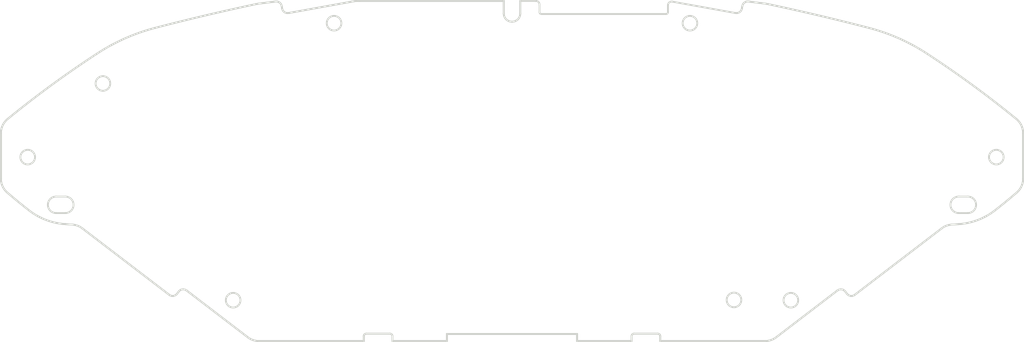
<source format=kicad_pcb>
(kicad_pcb (version 20211014) (generator pcbnew)

  (general
    (thickness 1.6)
  )

  (paper "A4")
  (layers
    (0 "F.Cu" signal)
    (31 "B.Cu" signal)
    (32 "B.Adhes" user "B.Adhesive")
    (33 "F.Adhes" user "F.Adhesive")
    (34 "B.Paste" user)
    (35 "F.Paste" user)
    (36 "B.SilkS" user "B.Silkscreen")
    (37 "F.SilkS" user "F.Silkscreen")
    (38 "B.Mask" user)
    (39 "F.Mask" user)
    (40 "Dwgs.User" user "User.Drawings")
    (41 "Cmts.User" user "User.Comments")
    (42 "Eco1.User" user "User.Eco1")
    (43 "Eco2.User" user "User.Eco2")
    (44 "Edge.Cuts" user)
    (45 "Margin" user)
    (46 "B.CrtYd" user "B.Courtyard")
    (47 "F.CrtYd" user "F.Courtyard")
    (48 "B.Fab" user)
    (49 "F.Fab" user)
    (50 "User.1" user)
    (51 "User.2" user)
    (52 "User.3" user)
    (53 "User.4" user)
    (54 "User.5" user)
    (55 "User.6" user)
    (56 "User.7" user)
    (57 "User.8" user)
    (58 "User.9" user)
  )

  (setup
    (pad_to_mask_clearance 0)
    (pcbplotparams
      (layerselection 0x00010fc_ffffffff)
      (disableapertmacros false)
      (usegerberextensions false)
      (usegerberattributes true)
      (usegerberadvancedattributes true)
      (creategerberjobfile true)
      (svguseinch false)
      (svgprecision 6)
      (excludeedgelayer true)
      (plotframeref false)
      (viasonmask false)
      (mode 1)
      (useauxorigin false)
      (hpglpennumber 1)
      (hpglpenspeed 20)
      (hpglpendiameter 15.000000)
      (dxfpolygonmode true)
      (dxfimperialunits true)
      (dxfusepcbnewfont true)
      (psnegative false)
      (psa4output false)
      (plotreference true)
      (plotvalue true)
      (plotinvisibletext false)
      (sketchpadsonfab false)
      (subtractmaskfromsilk false)
      (outputformat 1)
      (mirror false)
      (drillshape 1)
      (scaleselection 1)
      (outputdirectory "")
    )
  )

  (net 0 "")

  (gr_line (start 127.350005 -21.173559) (end 162.850005 -21.173558) (layer "Edge.Cuts") (width 0.5) (tstamp 0066df63-9515-4592-b010-a838025a3504))
  (gr_line (start 73.083408 -20.276449) (end 56.386454 -33.04191) (layer "Edge.Cuts") (width 0.5) (tstamp 009ed86e-0575-45a6-a9d2-ebb1de0a7ed2))
  (gr_arc (start 276.764246 -54.882757) (mid 272.098311 -52.252422) (end 266.865341 -51.109779) (layer "Edge.Cuts") (width 0.5) (tstamp 032a3b14-ea69-40ff-a170-78fd7832066b))
  (gr_arc (start 80.669309 -111.775736) (mid 81.741981 -111.494226) (end 82.328336 -110.552937) (layer "Edge.Cuts") (width 0.5) (tstamp 0671c27e-9b26-4cb2-8a89-2175e7e31ac7))
  (gr_arc (start 217.116601 -20.276446) (mid 215.682795 -19.512477) (end 214.079743 -19.248557) (layer "Edge.Cuts") (width 0.5) (tstamp 0851eac7-96d4-4acf-a690-41dceec008b7))
  (gr_line (start 233.813556 -33.041906) (end 217.116602 -20.276446) (layer "Edge.Cuts") (width 0.5) (tstamp 08863602-ac54-4835-8e14-1f7b4a878612))
  (gr_line (start 184.849735 -21.248557) (end 178.350005 -21.248557) (layer "Edge.Cuts") (width 0.5) (tstamp 089728cc-09cb-4494-a8ce-20024d62f2c6))
  (gr_line (start 177.700005 -19.248557) (end 177.700005 -20.598557) (layer "Edge.Cuts") (width 0.5) (tstamp 0a2f4346-7a68-40ac-9311-3f39e7080472))
  (gr_line (start 104.700005 -20.598559) (end 104.700005 -19.248559) (layer "Edge.Cuts") (width 0.5) (tstamp 0b08e897-a4e1-47cb-9b56-07f1585bc9a3))
  (gr_arc (start 207.871677 -110.552934) (mid 208.458053 -111.494227) (end 209.530704 -111.775734) (layer "Edge.Cuts") (width 0.5) (tstamp 0c1bf64e-1f97-4622-b524-e5e78cfd6f9b))
  (gr_line (start 27.973902 -49.965502) (end 51.687699 -31.835397) (layer "Edge.Cuts") (width 0.5) (tstamp 0c79490f-1265-41f7-949b-087caa11d887))
  (gr_arc (start 101.637148 -111.790044) (mid 102.520597 -111.908852) (end 103.411115 -111.948559) (layer "Edge.Cuts") (width 0.5) (tstamp 0c7a7f49-a5e5-4be6-8b38-fd0400b785bf))
  (gr_arc (start 213.984504 -111.228876) (mid 214.412555 -111.166894) (end 214.837525 -111.086461) (layer "Edge.Cuts") (width 0.5) (tstamp 12089b30-df90-4847-b1e2-9e4bf4fc615c))
  (gr_arc (start 276.764245 -54.882757) (mid 272.09831 -52.252423) (end 266.865341 -51.109779) (layer "Edge.Cuts") (width 0.5) (tstamp 1273d1eb-505f-45d7-a7ca-59c1607e1b10))
  (gr_line (start 152.600007 -108.873533) (end 152.600007 -110.948558) (layer "Edge.Cuts") (width 0.5) (tstamp 13aa39ea-b5b3-48a5-ae54-3e4e88765762))
  (gr_arc (start 214.837525 -111.086461) (mid 228.668379 -107.991129) (end 242.424472 -104.578872) (layer "Edge.Cuts") (width 0.5) (tstamp 14c32775-8bd6-4017-802d-f1790bb79e88))
  (gr_arc (start 207.871677 -110.552934) (mid 208.458053 -111.494227) (end 209.530704 -111.775734) (layer "Edge.Cuts") (width 0.5) (tstamp 177a651d-7174-4363-850d-84837f076565))
  (gr_arc (start 238.512311 -31.835392) (mid 237.402874 -31.540226) (end 236.409629 -32.115977) (layer "Edge.Cuts") (width 0.5) (tstamp 182201d2-4821-4edb-90b7-f73735fc210b))
  (gr_arc (start 184.849735 -21.248557) (mid 185.309423 -21.05818) (end 185.500005 -20.598557) (layer "Edge.Cuts") (width 0.5) (tstamp 1843317e-dfb8-4f1d-bc8b-0e3242da5464))
  (gr_line (start 142.850007 -108.523713) (end 142.850007 -111.948558) (layer "Edge.Cuts") (width 0.5) (tstamp 19d1f92a-b543-4dae-bd9b-cdb28a33ceed))
  (gr_arc (start 75.362489 -111.086464) (mid 75.787459 -111.166895) (end 76.215509 -111.228879) (layer "Edge.Cuts") (width 0.5) (tstamp 1f9242e7-4dfa-41b7-96cc-c349cb16fef4))
  (gr_arc (start 282.562524 -79.769456) (mid 283.917326 -78.039959) (end 284.400006 -75.896669) (layer "Edge.Cuts") (width 0.5) (tstamp 21d6486c-dbea-4946-a235-70fc1ce71a1d))
  (gr_line (start 178.350005 -21.248557) (end 184.849735 -21.248557) (layer "Edge.Cuts") (width 0.5) (tstamp 237749bc-1777-43c8-9385-605bab0b1995))
  (gr_arc (start 111.849735 -21.248559) (mid 112.309423 -21.058182) (end 112.500005 -20.598559) (layer "Edge.Cuts") (width 0.5) (tstamp 252981fe-239b-4146-b8b5-8e51f70db929))
  (gr_arc (start 233.813556 -33.041906) (mid 234.923006 -33.337096) (end 235.916238 -32.761322) (layer "Edge.Cuts") (width 0.5) (tstamp 25532ec4-e739-46df-8ef1-f79a37ddd739))
  (gr_line (start 104.700005 -19.248559) (end 104.700005 -20.598559) (layer "Edge.Cuts") (width 0.5) (tstamp 26a33195-90f4-4e28-8b81-2fc0b6d52fdb))
  (gr_line (start 5.800006 -63.500052) (end 5.800006 -75.896675) (layer "Edge.Cuts") (width 0.5) (tstamp 2787a40f-5fd2-4e64-a537-f65f026ab938))
  (gr_line (start 213.984504 -111.228876) (end 209.530704 -111.775734) (layer "Edge.Cuts") (width 0.5) (tstamp 291a0f5e-53fa-4d9f-a639-43b07ee5ed44))
  (gr_line (start 162.850005 -21.173558) (end 127.350005 -21.173558) (layer "Edge.Cuts") (width 0.5) (tstamp 2ffd273b-4527-48c5-8adf-3fd1d4befec0))
  (gr_arc (start 32.119319 -97.661658) (mid 39.667683 -101.753441) (end 47.775541 -104.578876) (layer "Edge.Cuts") (width 0.5) (tstamp 3272a0c4-548d-4fd4-9689-7425ea3c55dc))
  (gr_arc (start 187.600007 -108.873533) (mid 187.453572 -108.519956) (end 187.100007 -108.373533) (layer "Edge.Cuts") (width 0.5) (tstamp 3377d3dc-c245-43cf-805d-4672e67f4948))
  (gr_line (start 151.600007 -111.948558) (end 147.350007 -111.948558) (layer "Edge.Cuts") (width 0.5) (tstamp 354fa019-b52e-4b33-8448-47dc7bca9690))
  (gr_arc (start 7.637488 -79.769462) (mid 19.638329 -89.044054) (end 32.119319 -97.661658) (layer "Edge.Cuts") (width 0.5) (tstamp 39f2fc5d-7739-4345-8778-c8f1a9726ef6))
  (gr_arc (start 214.837525 -111.086461) (mid 228.662395 -107.99254) (end 242.412572 -104.581969) (layer "Edge.Cuts") (width 0.5) (tstamp 3ee3e536-f7d8-40e7-a948-c0c9a9245b72))
  (gr_arc (start 104.700005 -20.598559) (mid 104.890459 -21.058115) (end 105.350005 -21.248559) (layer "Edge.Cuts") (width 0.5) (tstamp 3f0eeb39-9ded-42c3-acb5-1ff40717c87a))
  (gr_arc (start 47.787441 -104.581973) (mid 61.537619 -107.992545) (end 75.362489 -111.086464) (layer "Edge.Cuts") (width 0.5) (tstamp 409cd4e4-1c15-4677-95e9-9eea92943535))
  (gr_line (start 206.004079 -108.647089) (end 188.777353 -111.751391) (layer "Edge.Cuts") (width 0.5) (tstamp 414bb704-1d71-417e-86cd-77c6dc6cc1f5))
  (gr_arc (start 177.700005 -20.598557) (mid 177.890459 -21.058115) (end 178.350005 -21.248557) (layer "Edge.Cuts") (width 0.5) (tstamp 4152c930-2b5f-4086-ac39-7f09cd90df6e))
  (gr_arc (start 242.424472 -104.578872) (mid 250.532325 -101.753422) (end 258.080694 -97.661653) (layer "Edge.Cuts") (width 0.5) (tstamp 424ecc87-d108-4f3f-94d2-cdf9f4956fb3))
  (gr_arc (start 104.700005 -20.598559) (mid 104.890459 -21.058115) (end 105.350005 -21.248559) (layer "Edge.Cuts") (width 0.5) (tstamp 4486fee4-8ec1-40b2-af25-81afe3a5282a))
  (gr_arc (start 5.800006 -75.896675) (mid 6.282665 -78.039974) (end 7.637488 -79.769462) (layer "Edge.Cuts") (width 0.5) (tstamp 49f99e35-89fc-497f-a5f7-99e8e86c2de3))
  (gr_line (start 266.850438 -54.123555) (end 269.350005 -54.123555) (layer "Edge.Cuts") (width 0.5) (tstamp 500bafc3-5dcb-4804-b046-e270b4b17a1c))
  (gr_line (start 76.120238 -19.24856) (end 104.700005 -19.248559) (layer "Edge.Cuts") (width 0.5) (tstamp 50191622-9920-49ba-9051-473b03761c14))
  (gr_line (start 187.100007 -108.373533) (end 153.100007 -108.373533) (layer "Edge.Cuts") (width 0.5) (tstamp 522e2def-ebc6-4bba-80a0-1fcb8d03d769))
  (gr_line (start 185.500005 -19.248557) (end 185.500005 -20.598557) (layer "Edge.Cuts") (width 0.5) (tstamp 53649b13-fc66-42c0-bc3f-048cf35be382))
  (gr_arc (start 207.746321 -109.857293) (mid 207.125844 -108.891354) (end 206.004079 -108.647089) (layer "Edge.Cuts") (width 0.5) (tstamp 540735a3-8e3c-40d9-8c36-25967c6aef6b))
  (gr_arc (start 25.265728 -50.982579) (mid 26.694972 -50.674165) (end 27.973902 -49.965502) (layer "Edge.Cuts") (width 0.5) (tstamp 5440dfc6-59da-4dca-875d-ddac54efd18f))
  (gr_arc (start 5.800006 -75.896675) (mid 6.282665 -78.039974) (end 7.637488 -79.769462) (layer "Edge.Cuts") (width 0.5) (tstamp 54548bfe-7b26-4072-8b86-e46523027697))
  (gr_arc (start 147.350007 -108.523713) (mid 145.100007 -106.274146) (end 142.850007 -108.523713) (layer "Edge.Cuts") (width 0.5) (tstamp 54db3815-1446-4491-a670-8964de83126d))
  (gr_line (start 112.500005 -20.598559) (end 112.500005 -19.248559) (layer "Edge.Cuts") (width 0.5) (tstamp 54e49431-68f7-471d-8229-510a014c38b6))
  (gr_arc (start 266.850438 -54.123555) (mid 264.600355 -56.373384) (end 266.850006 -58.623555) (layer "Edge.Cuts") (width 0.5) (tstamp 560929b3-b6b0-4cd9-a2d3-69c448948fd5))
  (gr_arc (start 282.656865 -59.706252) (mid 279.738811 -57.259985) (end 276.764245 -54.882757) (layer "Edge.Cuts") (width 0.5) (tstamp 5657883c-9994-4412-9cc7-49b1e2641b68))
  (gr_arc (start 238.512311 -31.835392) (mid 237.402874 -31.540226) (end 236.409629 -32.115977) (layer "Edge.Cuts") (width 0.5) (tstamp 582cafd9-9656-4d80-8387-4369bb5ab6b8))
  (gr_line (start 127.350005 -21.173558) (end 127.350005 -19.248559) (layer "Edge.Cuts") (width 0.5) (tstamp 5a3ada14-c35e-4701-a003-5e8dd0237426))
  (gr_arc (start 84.195935 -108.647092) (mid 83.074166 -108.891357) (end 82.453693 -109.857295) (layer "Edge.Cuts") (width 0.5) (tstamp 5e33e9f0-082e-49e1-abd9-47ceff153032))
  (gr_line (start 162.850005 -21.173558) (end 162.850005 -19.248558) (layer "Edge.Cuts") (width 0.5) (tstamp 628e1f6f-f52d-4b70-a4fb-4ca4817c9b6c))
  (gr_line (start 217.116602 -20.276446) (end 233.813556 -33.041906) (layer "Edge.Cuts") (width 0.5) (tstamp 62aa0df2-e3bd-4cdd-aa25-fd1d11a61e10))
  (gr_line (start 111.849735 -21.248559) (end 105.350005 -21.248559) (layer "Edge.Cuts") (width 0.5) (tstamp 62c548da-af9b-43fe-a394-4d496a49b9ab))
  (gr_line (start 238.512311 -31.835392) (end 262.226108 -49.965497) (layer "Edge.Cuts") (width 0.5) (tstamp 636fc906-5805-4a7a-8716-7f02b7aa5cd4))
  (gr_line (start 242.424472 -104.578872) (end 242.412572 -104.581969) (layer "Edge.Cuts") (width 0.5) (tstamp 657993b1-cc0d-4ee3-bbb8-c7f9e752788e))
  (gr_arc (start 84.195935 -108.647092) (mid 83.074166 -108.891357) (end 82.453693 -109.857295) (layer "Edge.Cuts") (width 0.5) (tstamp 6632a8f1-972f-4a62-96b3-5d386274caf3))
  (gr_circle (center 221.100005 -30.373556) (end 223.100005 -30.373556) (layer "Edge.Cuts") (width 0.5) (fill none) (tstamp 66ccc188-a48f-4356-b7ba-212dc2467a52))
  (gr_line (start 266.865341 -51.109779) (end 264.934283 -50.982573) (layer "Edge.Cuts") (width 0.5) (tstamp 6712e39e-a550-43c7-9a0c-d6ce48b4a908))
  (gr_line (start 207.871677 -110.552934) (end 207.746321 -109.857293) (layer "Edge.Cuts") (width 0.5) (tstamp 67c8ce05-e642-4264-b3da-0a0b6dc2d393))
  (gr_line (start 84.195935 -108.647092) (end 101.637148 -111.790045) (layer "Edge.Cuts") (width 0.5) (tstamp 68e01c2f-d1a4-4de8-a551-adc7637a5fbd))
  (gr_line (start 54.283772 -32.761326) (end 53.790381 -32.115981) (layer "Edge.Cuts") (width 0.5) (tstamp 6e156347-4bce-4da8-b320-d953b6a0c505))
  (gr_line (start 82.453693 -109.857295) (end 82.328336 -110.552937) (layer "Edge.Cuts") (width 0.5) (tstamp 6e403f7a-c0f6-44c5-aca5-9069902ab8b1))
  (gr_line (start 47.787441 -104.581973) (end 47.775541 -104.578876) (layer "Edge.Cuts") (width 0.5) (tstamp 6e491ee0-327f-439d-9648-19bb662159c3))
  (gr_line (start 147.350007 -111.948558) (end 147.350007 -108.523713) (layer "Edge.Cuts") (width 0.5) (tstamp 71ef6439-577b-4a9c-9273-eb6e41fc983e))
  (gr_line (start 162.850005 -19.248558) (end 162.850005 -21.173558) (layer "Edge.Cuts") (width 0.5) (tstamp 740aac36-136f-4dcc-a43e-9eca147a4f8d))
  (gr_line (start 51.687699 -31.835397) (end 27.973902 -49.965502) (layer "Edge.Cuts") (width 0.5) (tstamp 767ed1db-d31c-4ea4-b47f-ea67ece16aa8))
  (gr_line (start 101.637148 -111.790045) (end 84.195935 -108.647092) (layer "Edge.Cuts") (width 0.5) (tstamp 7731e970-9b89-46f7-b80d-38638dd3c22c))
  (gr_circle (center 33.600006 -89.448561) (end 35.600006 -89.448561) (layer "Edge.Cuts") (width 0.5) (fill none) (tstamp 774994e6-26d5-46cc-9021-fdea968ca9d7))
  (gr_arc (start 262.226108 -49.965497) (mid 263.505032 -50.674177) (end 264.934283 -50.982573) (layer "Edge.Cuts") (width 0.5) (tstamp 77f9185f-d6fa-4f65-8e28-dcee5d7444af))
  (gr_arc (start 151.600007 -111.948558) (mid 152.307094 -111.65566) (end 152.600007 -110.948558) (layer "Edge.Cuts") (width 0.5) (tstamp 78656689-0d57-4e61-a4ab-bf3d717055e4))
  (gr_arc (start 53.790381 -32.115981) (mid 52.797162 -31.540234) (end 51.687699 -31.835397) (layer "Edge.Cuts") (width 0.5) (tstamp 7971f8da-dfda-4b2b-9dab-b5dabc1d7de3))
  (gr_line (start 103.411115 -111.948559) (end 142.850007 -111.948559) (layer "Edge.Cuts") (width 0.5) (tstamp 7cc3d9a8-3c71-44b5-8fc3-e8f5a6e7353e))
  (gr_arc (start 23.349573 -58.623561) (mid 25.599571 -56.373776) (end 23.350005 -54.123561) (layer "Edge.Cuts") (width 0.5) (tstamp 7da2b3f2-c6f0-4c9b-87a5-8c3463aae2d1))
  (gr_line (start 76.215509 -111.228879) (end 80.669309 -111.775736) (layer "Edge.Cuts") (width 0.5) (tstamp 7e0a16d4-055c-475b-a1b6-7a3bece18a82))
  (gr_circle (center 205.600005 -30.448557) (end 207.600005 -30.448557) (layer "Edge.Cuts") (width 0.5) (fill none) (tstamp 867ba317-bc91-4b11-a014-b03ec7572368))
  (gr_circle (center 13.100006 -69.373561) (end 15.100006 -69.373561) (layer "Edge.Cuts") (width 0.5) (fill none) (tstamp 8680ef72-23b7-4385-8199-c4be0f16b3ab))
  (gr_arc (start 284.400006 -63.500045) (mid 283.943385 -61.412486) (end 282.656865 -59.706252) (layer "Edge.Cuts") (width 0.5) (tstamp 86f7d18a-bfa9-47ef-9ad4-1f5231bd3115))
  (gr_arc (start 258.080694 -97.661653) (mid 270.561684 -89.044048) (end 282.562524 -79.769456) (layer "Edge.Cuts") (width 0.5) (tstamp 871a61c5-9fc7-474a-8e12-7f8e96a72e2b))
  (gr_arc (start 187.600007 -110.767243) (mid 187.958673 -111.534458) (end 188.777353 -111.751391) (layer "Edge.Cuts") (width 0.5) (tstamp 890bf704-bbb8-43ee-8df1-49dad7239948))
  (gr_line (start 235.916238 -32.761322) (end 236.409629 -32.115977) (layer "Edge.Cuts") (width 0.5) (tstamp 8b1da7ef-470e-4160-9a97-d5c8c854577f))
  (gr_line (start 269.350006 -58.623555) (end 266.850006 -58.623555) (layer "Edge.Cuts") (width 0.5) (tstamp 8cc4d2c5-a1df-4c3d-a7f1-8784d10b8fd4))
  (gr_line (start 80.669309 -111.775737) (end 76.215509 -111.228879) (layer "Edge.Cuts") (width 0.5) (tstamp 9587c721-2652-473f-b00b-f7109aad22e8))
  (gr_line (start 23.33467 -51.109784) (end 25.265728 -50.982579) (layer "Edge.Cuts") (width 0.5) (tstamp 95eaa725-c5a6-4f57-a5e7-731c26b33df3))
  (gr_arc (start 54.283772 -32.761326) (mid 55.277001 -33.337103) (end 56.386454 -33.04191) (layer "Edge.Cuts") (width 0.5) (tstamp 969015bc-8ec3-4a22-b488-9c96785a9b73))
  (gr_arc (start 13.435765 -54.882763) (mid 10.461199 -57.259991) (end 7.543146 -59.706258) (layer "Edge.Cuts") (width 0.5) (tstamp 97dae10e-3333-426d-8313-452a15ce61b1))
  (gr_arc (start 80.669309 -111.775736) (mid 81.741981 -111.494226) (end 82.328336 -110.552937) (layer "Edge.Cuts") (width 0.5) (tstamp 99196902-1a8d-460c-b11e-1b890db64bbd))
  (gr_arc (start 7.543146 -59.706258) (mid 6.256644 -61.412505) (end 5.800006 -63.500052) (layer "Edge.Cuts") (width 0.5) (tstamp 9a05c246-64f3-44bb-9b58-7e451cff027b))
  (gr_line (start 53.790381 -32.115981) (end 54.283772 -32.761326) (layer "Edge.Cuts") (width 0.5) (tstamp 9a8f213a-6b82-4f6d-8ac9-2583b655c002))
  (gr_circle (center 69.100005 -30.37356) (end 71.100005 -30.37356) (layer "Edge.Cuts") (width 0.5) (fill none) (tstamp 9d5faf1f-f6de-4643-b7cb-85a678b9cce4))
  (gr_line (start 214.079743 -19.248557) (end 185.500005 -19.248557) (layer "Edge.Cuts") (width 0.5) (tstamp 9e896196-698f-4de2-a1cb-aefc9389854b))
  (gr_circle (center 193.600007 -105.873557) (end 195.600007 -105.873557) (layer "Edge.Cuts") (width 0.5) (fill none) (tstamp 9ea5ea2b-1698-43e5-ac7b-28a5fb2d4ac0))
  (gr_arc (start 177.700005 -20.598557) (mid 177.890459 -21.058115) (end 178.350005 -21.248557) (layer "Edge.Cuts") (width 0.5) (tstamp 9eee2398-9947-4b52-a02b-cdc749216b47))
  (gr_line (start 185.500005 -20.598557) (end 185.500005 -19.248557) (layer "Edge.Cuts") (width 0.5) (tstamp a081670e-140c-48a2-a795-ffb7cf42f2f1))
  (gr_arc (start 233.813556 -33.041906) (mid 234.923006 -33.337096) (end 235.916238 -32.761322) (layer "Edge.Cuts") (width 0.5) (tstamp a377179c-09df-4457-a80b-93497b3b5818))
  (gr_line (start 284.400006 -75.896669) (end 284.400006 -63.500045) (layer "Edge.Cuts") (width 0.5) (tstamp a4f7bff6-69f1-4c9a-b9e9-546454ee9822))
  (gr_line (start 147.350007 -108.523713) (end 147.350007 -111.948558) (layer "Edge.Cuts") (width 0.5) (tstamp a5a1b00f-9601-47a7-a3d0-d45de7a06312))
  (gr_line (start 264.934283 -50.982573) (end 266.865341 -51.109779) (layer "Edge.Cuts") (width 0.5) (tstamp a699d5b7-cb92-408d-be96-d28195af636b))
  (gr_arc (start 101.637148 -111.790044) (mid 102.520597 -111.908852) (end 103.411115 -111.948559) (layer "Edge.Cuts") (width 0.5) (tstamp a98daa0d-649d-49cc-a151-f2220faedb81))
  (gr_arc (start 25.265728 -50.982579) (mid 26.694972 -50.674165) (end 27.973902 -49.965502) (layer "Edge.Cuts") (width 0.5) (tstamp ab8a98b5-e64e-4cab-8cf5-79fced8e7da2))
  (gr_line (start 127.350005 -19.248559) (end 127.350005 -21.173559) (layer "Edge.Cuts") (width 0.5) (tstamp aba3568a-f2e7-4966-9078-0a752f3d017d))
  (gr_line (start 209.530704 -111.775734) (end 213.984504 -111.228876) (layer "Edge.Cuts") (width 0.5) (tstamp afab38f5-eee4-4a98-ad13-baef036aae2d))
  (gr_arc (start 269.350006 -58.623555) (mid 271.599555 -56.373599) (end 269.350005 -54.123555) (layer "Edge.Cuts") (width 0.5) (tstamp b1ab08f0-3032-4cbe-a32b-ac98003b2588))
  (gr_line (start 177.700005 -20.598557) (end 177.700005 -19.248557) (layer "Edge.Cuts") (width 0.5) (tstamp b2661c73-8a11-4502-a8ac-0e0a6d822a1e))
  (gr_line (start 5.800006 -75.896675) (end 5.800006 -63.500052) (layer "Edge.Cuts") (width 0.5) (tstamp b4472ce3-415d-4bc2-a4ec-4e20a96115da))
  (gr_arc (start 262.226108 -49.965497) (mid 263.505032 -50.674177) (end 264.934283 -50.982573) (layer "Edge.Cuts") (width 0.5) (tstamp b52c636f-c862-4caa-a89f-2bd4bd2c08bc))
  (gr_line (start 177.700005 -19.248557) (end 162.850005 -19.248558) (layer "Edge.Cuts") (width 0.5) (tstamp b5f5f714-f1f7-4826-a1b8-47a9e4c8196c))
  (gr_arc (start 213.984504 -111.228876) (mid 214.412555 -111.166894) (end 214.837525 -111.086461) (layer "Edge.Cuts") (width 0.5) (tstamp b637cd4d-e1af-4b94-92ee-de7c7d1cc5ce))
  (gr_circle (center 277.100006 -69.373555) (end 279.100006 -69.373555) (layer "Edge.Cuts") (width 0.5) (fill none) (tstamp b8cf498a-3cc1-409a-9c59-ac8a138a86d6))
  (gr_arc (start 111.849735 -21.248559) (mid 112.309423 -21.058182) (end 112.500005 -20.598559) (layer "Edge.Cuts") (width 0.5) (tstamp ba364615-32a0-4482-af70-8431344a06bb))
  (gr_arc (start 23.33467 -51.109784) (mid 18.1017 -52.252429) (end 13.435765 -54.882763) (layer "Edge.Cuts") (width 0.5) (tstamp bb947624-ea2f-4e7e-8100-d6d71989f793))
  (gr_line (start 142.850007 -111.948559) (end 142.850007 -108.523713) (layer "Edge.Cuts") (width 0.5) (tstamp bc6cd857-86a1-43dc-8451-6a34dfa68a64))
  (gr_arc (start 32.119319 -97.661658) (mid 39.673309 -101.755918) (end 47.787441 -104.581973) (layer "Edge.Cuts") (width 0.5) (tstamp bea3e574-3942-4d99-b9a2-4b9f55912768))
  (gr_line (start 162.850005 -19.248558) (end 177.700005 -19.248557) (layer "Edge.Cuts") (width 0.5) (tstamp bf66bfab-4608-4c17-abd9-005900c08f33))
  (gr_line (start 25.265728 -50.982579) (end 23.33467 -51.109784) (layer "Edge.Cuts") (width 0.5) (tstamp c07e3a14-85a5-47bc-a01d-1bf904db5a8b))
  (gr_arc (start 153.100007 -108.373533) (mid 152.746461 -108.519979) (end 152.600007 -108.873533) (layer "Edge.Cuts") (width 0.5) (tstamp c2aee409-8238-40fd-aef8-a3cf9bb53bc7))
  (gr_arc (start 76.120238 -19.24856) (mid 74.51721 -19.512515) (end 73.083408 -20.276449) (layer "Edge.Cuts") (width 0.5) (tstamp c357f0d8-0c26-438f-9da9-80fc17d970f9))
  (gr_arc (start 282.656865 -59.706252) (mid 279.738811 -57.259985) (end 276.764245 -54.882757) (layer "Edge.Cuts") (width 0.5) (tstamp c3a325cf-205e-4d27-8cea-13775303f0ae))
  (gr_line (start 56.386454 -33.04191) (end 73.083408 -20.276449) (layer "Edge.Cuts") (width 0.5) (tstamp c527aeed-a795-4a25-b0a7-bd3dec5b7d35))
  (gr_line (start 238.512311 -31.835392) (end 262.226108 -49.965497) (layer "Edge.Cuts") (width 0.5) (tstamp c7f2cb1f-eba6-4cd0-aecd-6ed5902f7c06))
  (gr_arc (start 20.850005 -54.123561) (mid 18.600441 -56.373561) (end 20.850006 -58.623561) (layer "Edge.Cuts") (width 0.5) (tstamp c8089d27-8c01-45f0-96ee-a0ae8276a19e))
  (gr_line (start 112.500005 -19.248559) (end 127.350005 -19.248559) (layer "Edge.Cuts") (width 0.5) (tstamp c888890f-6bb9-417b-8a64-62c1ac8e6891))
  (gr_arc (start 242.424472 -104.578872) (mid 250.532325 -101.753422) (end 258.080694 -97.661653) (layer "Edge.Cuts") (width 0.5) (tstamp cd372b2c-9f1c-4d3f-b9bf-87b5338fb245))
  (gr_line (start 127.350005 -19.248559) (end 112.500005 -19.248559) (layer "Edge.Cuts") (width 0.5) (tstamp cfd39c3e-5c32-4d5d-9c87-9ec82b59280d))
  (gr_arc (start 284.400006 -63.500045) (mid 283.943385 -61.412486) (end 282.656865 -59.706252) (layer "Edge.Cuts") (width 0.5) (tstamp d1e992a4-b71e-4bd9-be55-f75760c3e57c))
  (gr_circle (center 96.600007 -105.873559) (end 98.600007 -105.873559) (layer "Edge.Cuts") (width 0.5) (fill none) (tstamp d225718f-4240-4def-a2db-f9cc77eb6528))
  (gr_line (start 105.350005 -21.248559) (end 111.849735 -21.248559) (layer "Edge.Cuts") (width 0.5) (tstamp d22aeeb6-d2c0-4e14-a7d3-7881f80a5261))
  (gr_arc (start 47.787441 -104.581973) (mid 61.537619 -107.992545) (end 75.362489 -111.086464) (layer "Edge.Cuts") (width 0.5) (tstamp d6c3cb63-86c5-4921-8418-dfea9f528d62))
  (gr_arc (start 258.080694 -97.661653) (mid 270.561684 -89.044048) (end 282.562524 -79.769456) (layer "Edge.Cuts") (width 0.5) (tstamp d6fa0ad5-d922-4bc1-8f11-ef0808d74a73))
  (gr_line (start 187.600007 -110.767243) (end 187.600007 -108.873533) (layer "Edge.Cuts") (width 0.5) (tstamp d7dbef04-ac20-457e-b7e8-4778272a7f4f))
  (gr_arc (start 76.120238 -19.24856) (mid 74.51721 -19.512515) (end 73.083408 -20.276449) (layer "Edge.Cuts") (width 0.5) (tstamp d93754bd-c709-4195-a44e-4ea25e8e1c99))
  (gr_line (start 142.850007 -111.948558) (end 103.411115 -111.948559) (layer "Edge.Cuts") (width 0.5) (tstamp da6b300c-75ec-4a24-98d9-bf1f89745176))
  (gr_line (start 104.700005 -19.248559) (end 76.120238 -19.24856) (layer "Edge.Cuts") (width 0.5) (tstamp e3cb9954-291f-44b2-984a-bb3e4e573355))
  (gr_arc (start 75.362489 -111.086464) (mid 75.787459 -111.166895) (end 76.215509 -111.228879) (layer "Edge.Cuts") (width 0.5) (tstamp e521dfa6-0857-4ee4-9e44-74796b42a5f1))
  (gr_line (start 236.409629 -32.115977) (end 235.916238 -32.761322) (layer "Edge.Cuts") (width 0.5) (tstamp e8021a02-8a76-4fbf-a94a-dc9ba63460fd))
  (gr_line (start 23.349573 -58.623561) (end 20.850006 -58.623561) (layer "Edge.Cuts") (width 0.5) (tstamp e8165622-96b2-441e-afc7-d6c719600acf))
  (gr_line (start 82.328336 -110.552937) (end 82.453693 -109.857295) (layer "Edge.Cuts") (width 0.5) (tstamp e81e68e7-9731-4312-8ce4-f0dae26f4d19))
  (gr_arc (start 184.849735 -21.248557) (mid 185.309423 -21.05818) (end 185.500005 -20.598557) (layer "Edge.Cuts") (width 0.5) (tstamp ed942e1c-7e3b-48af-a662-df59f9016255))
  (gr_line (start 112.500005 -19.248559) (end 112.500005 -20.598559) (layer "Edge.Cuts") (width 0.5) (tstamp ee7b11b2-d446-486c-83e2-46a7400d63ac))
  (gr_arc (start 217.116602 -20.276446) (mid 215.682796 -19.512477) (end 214.079743 -19.248557) (layer "Edge.Cuts") (width 0.5) (tstamp eec97104-4658-4577-997c-2152ac0e57c5))
  (gr_arc (start 54.283772 -32.761326) (mid 55.277001 -33.337103) (end 56.386454 -33.04191) (layer "Edge.Cuts") (width 0.5) (tstamp eed0afd3-3253-4552-acef-701d33a1fe0e))
  (gr_line (start 20.850005 -54.123561) (end 23.350005 -54.123561) (layer "Edge.Cuts") (width 0.5) (tstamp f0000459-fa8e-475d-968a-9db89faa6fe4))
  (gr_arc (start 7.543146 -59.706258) (mid 6.256644 -61.412505) (end 5.800006 -63.500052) (layer "Edge.Cuts") (width 0.5) (tstamp f05b41a1-0508-43b2-be06-f762398947c9))
  (gr_line (start 207.746321 -109.857293) (end 207.871677 -110.552934) (layer "Edge.Cuts") (width 0.5) (tstamp f21b7f03-4234-4ad6-92ee-0bfde637bbc4))
  (gr_arc (start 13.435765 -54.882763) (mid 10.461199 -57.259991) (end 7.543146 -59.706258) (layer "Edge.Cuts") (width 0.5) (tstamp f30344e7-e07d-4cad-b7a3-0ac77e207f68))
  (gr_arc (start 23.33467 -51.109784) (mid 18.1017 -52.252429) (end 13.435765 -54.882763) (layer "Edge.Cuts") (width 0.5) (tstamp f501c5e3-b22f-4bd0-91d0-2185fbced372))
  (gr_arc (start 207.746321 -109.857293) (mid 207.125844 -108.891354) (end 206.004079 -108.647089) (layer "Edge.Cuts") (width 0.5) (tstamp f5c5f363-f102-4b47-8af7-87074e2aa6d1))
  (gr_arc (start 147.350007 -108.523713) (mid 145.100007 -106.274146) (end 142.850007 -108.523713) (layer "Edge.Cuts") (width 0.5) (tstamp f6875503-a653-44de-8544-0b35c5b809d7))
  (gr_line (start 185.500005 -19.248557) (end 214.079743 -19.248557) (layer "Edge.Cuts") (width 0.5) (tstamp f7d51969-d6a8-4363-b9c2-56c20b128376))
  (gr_arc (start 53.790381 -32.115981) (mid 52.797162 -31.540234) (end 51.687699 -31.835397) (layer "Edge.Cuts") (width 0.5) (tstamp f9150515-0368-49a7-9f30-6a26dd236511))
  (gr_arc (start 282.562524 -79.769456) (mid 283.917326 -78.039959) (end 284.400006 -75.896669) (layer "Edge.Cuts") (width 0.5) (tstamp fbf142e1-98e9-4bbb-be69-67afba37d0d3))
  (gr_arc (start 7.637488 -79.769462) (mid 19.638329 -89.044054) (end 32.119319 -97.661658) (layer "Edge.Cuts") (width 0.5) (tstamp fe926b5f-b954-41ff-abd3-ce87fa96a020))
  (gr_line (start 284.400006 -63.500045) (end 284.400006 -75.896669) (layer "Edge.Cuts") (width 0.5) (tstamp ff591a78-42ca-4ca9-818b-fe28ca7ea6f2))

  (group "" (id f42cd6c9-feaf-4906-a3f8-c1e871d49d07)
    (members
      0066df63-9515-4592-b010-a838025a3504
      009ed86e-0575-45a6-a9d2-ebb1de0a7ed2
      032a3b14-ea69-40ff-a170-78fd7832066b
      0671c27e-9b26-4cb2-8a89-2175e7e31ac7
      0851eac7-96d4-4acf-a690-41dceec008b7
      08863602-ac54-4835-8e14-1f7b4a878612
      089728cc-09cb-4494-a8ce-20024d62f2c6
      0a2f4346-7a68-40ac-9311-3f39e7080472
      0b08e897-a4e1-47cb-9b56-07f1585bc9a3
      0c1bf64e-1f97-4622-b524-e5e78cfd6f9b
      0c79490f-1265-41f7-949b-087caa11d887
      0c7a7f49-a5e5-4be6-8b38-fd0400b785bf
      12089b30-df90-4847-b1e2-9e4bf4fc615c
      1273d1eb-505f-45d7-a7ca-59c1607e1b10
      13aa39ea-b5b3-48a5-ae54-3e4e88765762
      14c32775-8bd6-4017-802d-f1790bb79e88
      177a651d-7174-4363-850d-84837f076565
      182201d2-4821-4edb-90b7-f73735fc210b
      1843317e-dfb8-4f1d-bc8b-0e3242da5464
      19d1f92a-b543-4dae-bd9b-cdb28a33ceed
      1f9242e7-4dfa-41b7-96cc-c349cb16fef4
      21d6486c-dbea-4946-a235-70fc1ce71a1d
      237749bc-1777-43c8-9385-605bab0b1995
      252981fe-239b-4146-b8b5-8e51f70db929
      25532ec4-e739-46df-8ef1-f79a37ddd739
      26a33195-90f4-4e28-8b81-2fc0b6d52fdb
      2787a40f-5fd2-4e64-a537-f65f026ab938
      291a0f5e-53fa-4d9f-a639-43b07ee5ed44
      2ffd273b-4527-48c5-8adf-3fd1d4befec0
      3272a0c4-548d-4fd4-9689-7425ea3c55dc
      3377d3dc-c245-43cf-805d-4672e67f4948
      354fa019-b52e-4b33-8448-47dc7bca9690
      39f2fc5d-7739-4345-8778-c8f1a9726ef6
      3ee3e536-f7d8-40e7-a948-c0c9a9245b72
      3f0eeb39-9ded-42c3-acb5-1ff40717c87a
      409cd4e4-1c15-4677-95e9-9eea92943535
      414bb704-1d71-417e-86cd-77c6dc6cc1f5
      4152c930-2b5f-4086-ac39-7f09cd90df6e
      424ecc87-d108-4f3f-94d2-cdf9f4956fb3
      4486fee4-8ec1-40b2-af25-81afe3a5282a
      49f99e35-89fc-497f-a5f7-99e8e86c2de3
      500bafc3-5dcb-4804-b046-e270b4b17a1c
      50191622-9920-49ba-9051-473b03761c14
      522e2def-ebc6-4bba-80a0-1fcb8d03d769
      53649b13-fc66-42c0-bc3f-048cf35be382
      540735a3-8e3c-40d9-8c36-25967c6aef6b
      5440dfc6-59da-4dca-875d-ddac54efd18f
      54548bfe-7b26-4072-8b86-e46523027697
      54db3815-1446-4491-a670-8964de83126d
      54e49431-68f7-471d-8229-510a014c38b6
      560929b3-b6b0-4cd9-a2d3-69c448948fd5
      5657883c-9994-4412-9cc7-49b1e2641b68
      582cafd9-9656-4d80-8387-4369bb5ab6b8
      5a3ada14-c35e-4701-a003-5e8dd0237426
      5e33e9f0-082e-49e1-abd9-47ceff153032
      628e1f6f-f52d-4b70-a4fb-4ca4817c9b6c
      62aa0df2-e3bd-4cdd-aa25-fd1d11a61e10
      62c548da-af9b-43fe-a394-4d496a49b9ab
      636fc906-5805-4a7a-8716-7f02b7aa5cd4
      657993b1-cc0d-4ee3-bbb8-c7f9e752788e
      6632a8f1-972f-4a62-96b3-5d386274caf3
      66ccc188-a48f-4356-b7ba-212dc2467a52
      6712e39e-a550-43c7-9a0c-d6ce48b4a908
      67c8ce05-e642-4264-b3da-0a0b6dc2d393
      68e01c2f-d1a4-4de8-a551-adc7637a5fbd
      6e156347-4bce-4da8-b320-d953b6a0c505
      6e403f7a-c0f6-44c5-aca5-9069902ab8b1
      6e491ee0-327f-439d-9648-19bb662159c3
      71ef6439-577b-4a9c-9273-eb6e41fc983e
      740aac36-136f-4dcc-a43e-9eca147a4f8d
      767ed1db-d31c-4ea4-b47f-ea67ece16aa8
      7731e970-9b89-46f7-b80d-38638dd3c22c
      774994e6-26d5-46cc-9021-fdea968ca9d7
      77f9185f-d6fa-4f65-8e28-dcee5d7444af
      78656689-0d57-4e61-a4ab-bf3d717055e4
      7971f8da-dfda-4b2b-9dab-b5dabc1d7de3
      7cc3d9a8-3c71-44b5-8fc3-e8f5a6e7353e
      7da2b3f2-c6f0-4c9b-87a5-8c3463aae2d1
      7e0a16d4-055c-475b-a1b6-7a3bece18a82
      867ba317-bc91-4b11-a014-b03ec7572368
      8680ef72-23b7-4385-8199-c4be0f16b3ab
      86f7d18a-bfa9-47ef-9ad4-1f5231bd3115
      871a61c5-9fc7-474a-8e12-7f8e96a72e2b
      890bf704-bbb8-43ee-8df1-49dad7239948
      8b1da7ef-470e-4160-9a97-d5c8c854577f
      8cc4d2c5-a1df-4c3d-a7f1-8784d10b8fd4
      9587c721-2652-473f-b00b-f7109aad22e8
      95eaa725-c5a6-4f57-a5e7-731c26b33df3
      969015bc-8ec3-4a22-b488-9c96785a9b73
      97dae10e-3333-426d-8313-452a15ce61b1
      99196902-1a8d-460c-b11e-1b890db64bbd
      9a05c246-64f3-44bb-9b58-7e451cff027b
      9a8f213a-6b82-4f6d-8ac9-2583b655c002
      9d5faf1f-f6de-4643-b7cb-85a678b9cce4
      9e896196-698f-4de2-a1cb-aefc9389854b
      9ea5ea2b-1698-43e5-ac7b-28a5fb2d4ac0
      9eee2398-9947-4b52-a02b-cdc749216b47
      a081670e-140c-48a2-a795-ffb7cf42f2f1
      a377179c-09df-4457-a80b-93497b3b5818
      a4f7bff6-69f1-4c9a-b9e9-546454ee9822
      a5a1b00f-9601-47a7-a3d0-d45de7a06312
      a699d5b7-cb92-408d-be96-d28195af636b
      a98daa0d-649d-49cc-a151-f2220faedb81
      ab8a98b5-e64e-4cab-8cf5-79fced8e7da2
      aba3568a-f2e7-4966-9078-0a752f3d017d
      afab38f5-eee4-4a98-ad13-baef036aae2d
      b1ab08f0-3032-4cbe-a32b-ac98003b2588
      b2661c73-8a11-4502-a8ac-0e0a6d822a1e
      b4472ce3-415d-4bc2-a4ec-4e20a96115da
      b52c636f-c862-4caa-a89f-2bd4bd2c08bc
      b5f5f714-f1f7-4826-a1b8-47a9e4c8196c
      b637cd4d-e1af-4b94-92ee-de7c7d1cc5ce
      b8cf498a-3cc1-409a-9c59-ac8a138a86d6
      ba364615-32a0-4482-af70-8431344a06bb
      bb947624-ea2f-4e7e-8100-d6d71989f793
      bc6cd857-86a1-43dc-8451-6a34dfa68a64
      bea3e574-3942-4d99-b9a2-4b9f55912768
      bf66bfab-4608-4c17-abd9-005900c08f33
      c07e3a14-85a5-47bc-a01d-1bf904db5a8b
      c2aee409-8238-40fd-aef8-a3cf9bb53bc7
      c357f0d8-0c26-438f-9da9-80fc17d970f9
      c3a325cf-205e-4d27-8cea-13775303f0ae
      c527aeed-a795-4a25-b0a7-bd3dec5b7d35
      c7f2cb1f-eba6-4cd0-aecd-6ed5902f7c06
      c8089d27-8c01-45f0-96ee-a0ae8276a19e
      c888890f-6bb9-417b-8a64-62c1ac8e6891
      cd372b2c-9f1c-4d3f-b9bf-87b5338fb245
      cfd39c3e-5c32-4d5d-9c87-9ec82b59280d
      d1e992a4-b71e-4bd9-be55-f75760c3e57c
      d225718f-4240-4def-a2db-f9cc77eb6528
      d22aeeb6-d2c0-4e14-a7d3-7881f80a5261
      d6c3cb63-86c5-4921-8418-dfea9f528d62
      d6fa0ad5-d922-4bc1-8f11-ef0808d74a73
      d7dbef04-ac20-457e-b7e8-4778272a7f4f
      d93754bd-c709-4195-a44e-4ea25e8e1c99
      da6b300c-75ec-4a24-98d9-bf1f89745176
      e3cb9954-291f-44b2-984a-bb3e4e573355
      e521dfa6-0857-4ee4-9e44-74796b42a5f1
      e8021a02-8a76-4fbf-a94a-dc9ba63460fd
      e8165622-96b2-441e-afc7-d6c719600acf
      e81e68e7-9731-4312-8ce4-f0dae26f4d19
      ed942e1c-7e3b-48af-a662-df59f9016255
      ee7b11b2-d446-486c-83e2-46a7400d63ac
      eec97104-4658-4577-997c-2152ac0e57c5
      eed0afd3-3253-4552-acef-701d33a1fe0e
      f0000459-fa8e-475d-968a-9db89faa6fe4
      f05b41a1-0508-43b2-be06-f762398947c9
      f21b7f03-4234-4ad6-92ee-0bfde637bbc4
      f30344e7-e07d-4cad-b7a3-0ac77e207f68
      f501c5e3-b22f-4bd0-91d0-2185fbced372
      f5c5f363-f102-4b47-8af7-87074e2aa6d1
      f6875503-a653-44de-8544-0b35c5b809d7
      f7d51969-d6a8-4363-b9c2-56c20b128376
      f9150515-0368-49a7-9f30-6a26dd236511
      fbf142e1-98e9-4bbb-be69-67afba37d0d3
      fe926b5f-b954-41ff-abd3-ce87fa96a020
      ff591a78-42ca-4ca9-818b-fe28ca7ea6f2
    )
  )
)

</source>
